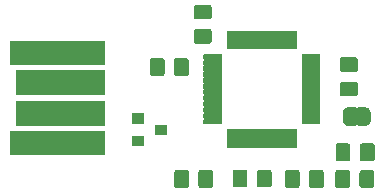
<source format=gbr>
G04 #@! TF.GenerationSoftware,KiCad,Pcbnew,5.1.3-ffb9f22~84~ubuntu18.04.1*
G04 #@! TF.CreationDate,2019-07-28T18:08:26+02:00*
G04 #@! TF.ProjectId,board,626f6172-642e-46b6-9963-61645f706362,rev?*
G04 #@! TF.SameCoordinates,Original*
G04 #@! TF.FileFunction,Soldermask,Top*
G04 #@! TF.FilePolarity,Negative*
%FSLAX46Y46*%
G04 Gerber Fmt 4.6, Leading zero omitted, Abs format (unit mm)*
G04 Created by KiCad (PCBNEW 5.1.3-ffb9f22~84~ubuntu18.04.1) date 2019-07-28 18:08:26*
%MOMM*%
%LPD*%
G04 APERTURE LIST*
%ADD10C,0.100000*%
G04 APERTURE END LIST*
D10*
G36*
X81946874Y-116301745D02*
G01*
X81984567Y-116313179D01*
X82019303Y-116331746D01*
X82049748Y-116356732D01*
X82074734Y-116387177D01*
X82093301Y-116421913D01*
X82104735Y-116459606D01*
X82109200Y-116504941D01*
X82109200Y-117591619D01*
X82104735Y-117636954D01*
X82093301Y-117674647D01*
X82074734Y-117709383D01*
X82049748Y-117739828D01*
X82019303Y-117764814D01*
X81984567Y-117783381D01*
X81946874Y-117794815D01*
X81901539Y-117799280D01*
X81064861Y-117799280D01*
X81019526Y-117794815D01*
X80981833Y-117783381D01*
X80947097Y-117764814D01*
X80916652Y-117739828D01*
X80891666Y-117709383D01*
X80873099Y-117674647D01*
X80861665Y-117636954D01*
X80857200Y-117591619D01*
X80857200Y-116504941D01*
X80861665Y-116459606D01*
X80873099Y-116421913D01*
X80891666Y-116387177D01*
X80916652Y-116356732D01*
X80947097Y-116331746D01*
X80981833Y-116313179D01*
X81019526Y-116301745D01*
X81064861Y-116297280D01*
X81901539Y-116297280D01*
X81946874Y-116301745D01*
X81946874Y-116301745D01*
G37*
G36*
X93536674Y-116301745D02*
G01*
X93574367Y-116313179D01*
X93609103Y-116331746D01*
X93639548Y-116356732D01*
X93664534Y-116387177D01*
X93683101Y-116421913D01*
X93694535Y-116459606D01*
X93699000Y-116504941D01*
X93699000Y-117591619D01*
X93694535Y-117636954D01*
X93683101Y-117674647D01*
X93664534Y-117709383D01*
X93639548Y-117739828D01*
X93609103Y-117764814D01*
X93574367Y-117783381D01*
X93536674Y-117794815D01*
X93491339Y-117799280D01*
X92654661Y-117799280D01*
X92609326Y-117794815D01*
X92571633Y-117783381D01*
X92536897Y-117764814D01*
X92506452Y-117739828D01*
X92481466Y-117709383D01*
X92462899Y-117674647D01*
X92451465Y-117636954D01*
X92447000Y-117591619D01*
X92447000Y-116504941D01*
X92451465Y-116459606D01*
X92462899Y-116421913D01*
X92481466Y-116387177D01*
X92506452Y-116356732D01*
X92536897Y-116331746D01*
X92571633Y-116313179D01*
X92609326Y-116301745D01*
X92654661Y-116297280D01*
X93491339Y-116297280D01*
X93536674Y-116301745D01*
X93536674Y-116301745D01*
G37*
G36*
X89262074Y-116301745D02*
G01*
X89299767Y-116313179D01*
X89334503Y-116331746D01*
X89364948Y-116356732D01*
X89389934Y-116387177D01*
X89408501Y-116421913D01*
X89419935Y-116459606D01*
X89424400Y-116504941D01*
X89424400Y-117591619D01*
X89419935Y-117636954D01*
X89408501Y-117674647D01*
X89389934Y-117709383D01*
X89364948Y-117739828D01*
X89334503Y-117764814D01*
X89299767Y-117783381D01*
X89262074Y-117794815D01*
X89216739Y-117799280D01*
X88380061Y-117799280D01*
X88334726Y-117794815D01*
X88297033Y-117783381D01*
X88262297Y-117764814D01*
X88231852Y-117739828D01*
X88206866Y-117709383D01*
X88188299Y-117674647D01*
X88176865Y-117636954D01*
X88172400Y-117591619D01*
X88172400Y-116504941D01*
X88176865Y-116459606D01*
X88188299Y-116421913D01*
X88206866Y-116387177D01*
X88231852Y-116356732D01*
X88262297Y-116331746D01*
X88297033Y-116313179D01*
X88334726Y-116301745D01*
X88380061Y-116297280D01*
X89216739Y-116297280D01*
X89262074Y-116301745D01*
X89262074Y-116301745D01*
G37*
G36*
X91312074Y-116301745D02*
G01*
X91349767Y-116313179D01*
X91384503Y-116331746D01*
X91414948Y-116356732D01*
X91439934Y-116387177D01*
X91458501Y-116421913D01*
X91469935Y-116459606D01*
X91474400Y-116504941D01*
X91474400Y-117591619D01*
X91469935Y-117636954D01*
X91458501Y-117674647D01*
X91439934Y-117709383D01*
X91414948Y-117739828D01*
X91384503Y-117764814D01*
X91349767Y-117783381D01*
X91312074Y-117794815D01*
X91266739Y-117799280D01*
X90430061Y-117799280D01*
X90384726Y-117794815D01*
X90347033Y-117783381D01*
X90312297Y-117764814D01*
X90281852Y-117739828D01*
X90256866Y-117709383D01*
X90238299Y-117674647D01*
X90226865Y-117636954D01*
X90222400Y-117591619D01*
X90222400Y-116504941D01*
X90226865Y-116459606D01*
X90238299Y-116421913D01*
X90256866Y-116387177D01*
X90281852Y-116356732D01*
X90312297Y-116331746D01*
X90347033Y-116313179D01*
X90384726Y-116301745D01*
X90430061Y-116297280D01*
X91266739Y-116297280D01*
X91312074Y-116301745D01*
X91312074Y-116301745D01*
G37*
G36*
X79896874Y-116301745D02*
G01*
X79934567Y-116313179D01*
X79969303Y-116331746D01*
X79999748Y-116356732D01*
X80024734Y-116387177D01*
X80043301Y-116421913D01*
X80054735Y-116459606D01*
X80059200Y-116504941D01*
X80059200Y-117591619D01*
X80054735Y-117636954D01*
X80043301Y-117674647D01*
X80024734Y-117709383D01*
X79999748Y-117739828D01*
X79969303Y-117764814D01*
X79934567Y-117783381D01*
X79896874Y-117794815D01*
X79851539Y-117799280D01*
X79014861Y-117799280D01*
X78969526Y-117794815D01*
X78931833Y-117783381D01*
X78897097Y-117764814D01*
X78866652Y-117739828D01*
X78841666Y-117709383D01*
X78823099Y-117674647D01*
X78811665Y-117636954D01*
X78807200Y-117591619D01*
X78807200Y-116504941D01*
X78811665Y-116459606D01*
X78823099Y-116421913D01*
X78841666Y-116387177D01*
X78866652Y-116356732D01*
X78897097Y-116331746D01*
X78931833Y-116313179D01*
X78969526Y-116301745D01*
X79014861Y-116297280D01*
X79851539Y-116297280D01*
X79896874Y-116301745D01*
X79896874Y-116301745D01*
G37*
G36*
X95586674Y-116301745D02*
G01*
X95624367Y-116313179D01*
X95659103Y-116331746D01*
X95689548Y-116356732D01*
X95714534Y-116387177D01*
X95733101Y-116421913D01*
X95744535Y-116459606D01*
X95749000Y-116504941D01*
X95749000Y-117591619D01*
X95744535Y-117636954D01*
X95733101Y-117674647D01*
X95714534Y-117709383D01*
X95689548Y-117739828D01*
X95659103Y-117764814D01*
X95624367Y-117783381D01*
X95586674Y-117794815D01*
X95541339Y-117799280D01*
X94704661Y-117799280D01*
X94659326Y-117794815D01*
X94621633Y-117783381D01*
X94586897Y-117764814D01*
X94556452Y-117739828D01*
X94531466Y-117709383D01*
X94512899Y-117674647D01*
X94501465Y-117636954D01*
X94497000Y-117591619D01*
X94497000Y-116504941D01*
X94501465Y-116459606D01*
X94512899Y-116421913D01*
X94531466Y-116387177D01*
X94556452Y-116356732D01*
X94586897Y-116331746D01*
X94621633Y-116313179D01*
X94659326Y-116301745D01*
X94704661Y-116297280D01*
X95541339Y-116297280D01*
X95586674Y-116301745D01*
X95586674Y-116301745D01*
G37*
G36*
X86899874Y-116276345D02*
G01*
X86937567Y-116287779D01*
X86972303Y-116306346D01*
X87002748Y-116331332D01*
X87027734Y-116361777D01*
X87046301Y-116396513D01*
X87057735Y-116434206D01*
X87062200Y-116479541D01*
X87062200Y-117566219D01*
X87057735Y-117611554D01*
X87046301Y-117649247D01*
X87027734Y-117683983D01*
X87002748Y-117714428D01*
X86972303Y-117739414D01*
X86937567Y-117757981D01*
X86899874Y-117769415D01*
X86854539Y-117773880D01*
X86017861Y-117773880D01*
X85972526Y-117769415D01*
X85934833Y-117757981D01*
X85900097Y-117739414D01*
X85869652Y-117714428D01*
X85844666Y-117683983D01*
X85826099Y-117649247D01*
X85814665Y-117611554D01*
X85810200Y-117566219D01*
X85810200Y-116479541D01*
X85814665Y-116434206D01*
X85826099Y-116396513D01*
X85844666Y-116361777D01*
X85869652Y-116331332D01*
X85900097Y-116306346D01*
X85934833Y-116287779D01*
X85972526Y-116276345D01*
X86017861Y-116271880D01*
X86854539Y-116271880D01*
X86899874Y-116276345D01*
X86899874Y-116276345D01*
G37*
G36*
X84849874Y-116276345D02*
G01*
X84887567Y-116287779D01*
X84922303Y-116306346D01*
X84952748Y-116331332D01*
X84977734Y-116361777D01*
X84996301Y-116396513D01*
X85007735Y-116434206D01*
X85012200Y-116479541D01*
X85012200Y-117566219D01*
X85007735Y-117611554D01*
X84996301Y-117649247D01*
X84977734Y-117683983D01*
X84952748Y-117714428D01*
X84922303Y-117739414D01*
X84887567Y-117757981D01*
X84849874Y-117769415D01*
X84804539Y-117773880D01*
X83967861Y-117773880D01*
X83922526Y-117769415D01*
X83884833Y-117757981D01*
X83850097Y-117739414D01*
X83819652Y-117714428D01*
X83794666Y-117683983D01*
X83776099Y-117649247D01*
X83764665Y-117611554D01*
X83760200Y-117566219D01*
X83760200Y-116479541D01*
X83764665Y-116434206D01*
X83776099Y-116396513D01*
X83794666Y-116361777D01*
X83819652Y-116331332D01*
X83850097Y-116306346D01*
X83884833Y-116287779D01*
X83922526Y-116276345D01*
X83967861Y-116271880D01*
X84804539Y-116271880D01*
X84849874Y-116276345D01*
X84849874Y-116276345D01*
G37*
G36*
X93562074Y-114038605D02*
G01*
X93599767Y-114050039D01*
X93634503Y-114068606D01*
X93664948Y-114093592D01*
X93689934Y-114124037D01*
X93708501Y-114158773D01*
X93719935Y-114196466D01*
X93724400Y-114241801D01*
X93724400Y-115328479D01*
X93719935Y-115373814D01*
X93708501Y-115411507D01*
X93689934Y-115446243D01*
X93664948Y-115476688D01*
X93634503Y-115501674D01*
X93599767Y-115520241D01*
X93562074Y-115531675D01*
X93516739Y-115536140D01*
X92680061Y-115536140D01*
X92634726Y-115531675D01*
X92597033Y-115520241D01*
X92562297Y-115501674D01*
X92531852Y-115476688D01*
X92506866Y-115446243D01*
X92488299Y-115411507D01*
X92476865Y-115373814D01*
X92472400Y-115328479D01*
X92472400Y-114241801D01*
X92476865Y-114196466D01*
X92488299Y-114158773D01*
X92506866Y-114124037D01*
X92531852Y-114093592D01*
X92562297Y-114068606D01*
X92597033Y-114050039D01*
X92634726Y-114038605D01*
X92680061Y-114034140D01*
X93516739Y-114034140D01*
X93562074Y-114038605D01*
X93562074Y-114038605D01*
G37*
G36*
X95612074Y-114038605D02*
G01*
X95649767Y-114050039D01*
X95684503Y-114068606D01*
X95714948Y-114093592D01*
X95739934Y-114124037D01*
X95758501Y-114158773D01*
X95769935Y-114196466D01*
X95774400Y-114241801D01*
X95774400Y-115328479D01*
X95769935Y-115373814D01*
X95758501Y-115411507D01*
X95739934Y-115446243D01*
X95714948Y-115476688D01*
X95684503Y-115501674D01*
X95649767Y-115520241D01*
X95612074Y-115531675D01*
X95566739Y-115536140D01*
X94730061Y-115536140D01*
X94684726Y-115531675D01*
X94647033Y-115520241D01*
X94612297Y-115501674D01*
X94581852Y-115476688D01*
X94556866Y-115446243D01*
X94538299Y-115411507D01*
X94526865Y-115373814D01*
X94522400Y-115328479D01*
X94522400Y-114241801D01*
X94526865Y-114196466D01*
X94538299Y-114158773D01*
X94556866Y-114124037D01*
X94581852Y-114093592D01*
X94612297Y-114068606D01*
X94647033Y-114050039D01*
X94684726Y-114038605D01*
X94730061Y-114034140D01*
X95566739Y-114034140D01*
X95612074Y-114038605D01*
X95612074Y-114038605D01*
G37*
G36*
X72988060Y-114993180D02*
G01*
X64886060Y-114993180D01*
X64886060Y-112991180D01*
X72988060Y-112991180D01*
X72988060Y-114993180D01*
X72988060Y-114993180D01*
G37*
G36*
X83655835Y-112829003D02*
G01*
X83662849Y-112831131D01*
X83676617Y-112838490D01*
X83699256Y-112847867D01*
X83723289Y-112852647D01*
X83747793Y-112852647D01*
X83771826Y-112847866D01*
X83794463Y-112838490D01*
X83808231Y-112831131D01*
X83815245Y-112829003D01*
X83828680Y-112827680D01*
X84142400Y-112827680D01*
X84155835Y-112829003D01*
X84162849Y-112831131D01*
X84176617Y-112838490D01*
X84199256Y-112847867D01*
X84223289Y-112852647D01*
X84247793Y-112852647D01*
X84271826Y-112847866D01*
X84294463Y-112838490D01*
X84308231Y-112831131D01*
X84315245Y-112829003D01*
X84328680Y-112827680D01*
X84642400Y-112827680D01*
X84655835Y-112829003D01*
X84662849Y-112831131D01*
X84676617Y-112838490D01*
X84699256Y-112847867D01*
X84723289Y-112852647D01*
X84747793Y-112852647D01*
X84771826Y-112847866D01*
X84794463Y-112838490D01*
X84808231Y-112831131D01*
X84815245Y-112829003D01*
X84828680Y-112827680D01*
X85142400Y-112827680D01*
X85155835Y-112829003D01*
X85162849Y-112831131D01*
X85176617Y-112838490D01*
X85199256Y-112847867D01*
X85223289Y-112852647D01*
X85247793Y-112852647D01*
X85271826Y-112847866D01*
X85294463Y-112838490D01*
X85308231Y-112831131D01*
X85315245Y-112829003D01*
X85328680Y-112827680D01*
X85642400Y-112827680D01*
X85655835Y-112829003D01*
X85662849Y-112831131D01*
X85676617Y-112838490D01*
X85699256Y-112847867D01*
X85723289Y-112852647D01*
X85747793Y-112852647D01*
X85771826Y-112847866D01*
X85794463Y-112838490D01*
X85808231Y-112831131D01*
X85815245Y-112829003D01*
X85828680Y-112827680D01*
X86142400Y-112827680D01*
X86155835Y-112829003D01*
X86162849Y-112831131D01*
X86176617Y-112838490D01*
X86199256Y-112847867D01*
X86223289Y-112852647D01*
X86247793Y-112852647D01*
X86271826Y-112847866D01*
X86294463Y-112838490D01*
X86308231Y-112831131D01*
X86315245Y-112829003D01*
X86328680Y-112827680D01*
X86642400Y-112827680D01*
X86655835Y-112829003D01*
X86662849Y-112831131D01*
X86676617Y-112838490D01*
X86699256Y-112847867D01*
X86723289Y-112852647D01*
X86747793Y-112852647D01*
X86771826Y-112847866D01*
X86794463Y-112838490D01*
X86808231Y-112831131D01*
X86815245Y-112829003D01*
X86828680Y-112827680D01*
X87142400Y-112827680D01*
X87155835Y-112829003D01*
X87162849Y-112831131D01*
X87176617Y-112838490D01*
X87199256Y-112847867D01*
X87223289Y-112852647D01*
X87247793Y-112852647D01*
X87271826Y-112847866D01*
X87294463Y-112838490D01*
X87308231Y-112831131D01*
X87315245Y-112829003D01*
X87328680Y-112827680D01*
X87642400Y-112827680D01*
X87655835Y-112829003D01*
X87662849Y-112831131D01*
X87676617Y-112838490D01*
X87699256Y-112847867D01*
X87723289Y-112852647D01*
X87747793Y-112852647D01*
X87771826Y-112847866D01*
X87794463Y-112838490D01*
X87808231Y-112831131D01*
X87815245Y-112829003D01*
X87828680Y-112827680D01*
X88142400Y-112827680D01*
X88155835Y-112829003D01*
X88162849Y-112831131D01*
X88176617Y-112838490D01*
X88199256Y-112847867D01*
X88223289Y-112852647D01*
X88247793Y-112852647D01*
X88271826Y-112847866D01*
X88294463Y-112838490D01*
X88308231Y-112831131D01*
X88315245Y-112829003D01*
X88328680Y-112827680D01*
X88642400Y-112827680D01*
X88655835Y-112829003D01*
X88662849Y-112831131D01*
X88676617Y-112838490D01*
X88699256Y-112847867D01*
X88723289Y-112852647D01*
X88747793Y-112852647D01*
X88771826Y-112847866D01*
X88794463Y-112838490D01*
X88808231Y-112831131D01*
X88815245Y-112829003D01*
X88828680Y-112827680D01*
X89142400Y-112827680D01*
X89155835Y-112829003D01*
X89162850Y-112831131D01*
X89169316Y-112834588D01*
X89174982Y-112839238D01*
X89179632Y-112844904D01*
X89183089Y-112851370D01*
X89185217Y-112858385D01*
X89186540Y-112871820D01*
X89186540Y-114360540D01*
X89185217Y-114373975D01*
X89183089Y-114380990D01*
X89179632Y-114387456D01*
X89174982Y-114393122D01*
X89169316Y-114397772D01*
X89162850Y-114401229D01*
X89155835Y-114403357D01*
X89142400Y-114404680D01*
X88828680Y-114404680D01*
X88815245Y-114403357D01*
X88808231Y-114401229D01*
X88794463Y-114393870D01*
X88771824Y-114384493D01*
X88747791Y-114379713D01*
X88723287Y-114379713D01*
X88699254Y-114384494D01*
X88676617Y-114393870D01*
X88662849Y-114401229D01*
X88655835Y-114403357D01*
X88642400Y-114404680D01*
X88328680Y-114404680D01*
X88315245Y-114403357D01*
X88308231Y-114401229D01*
X88294463Y-114393870D01*
X88271824Y-114384493D01*
X88247791Y-114379713D01*
X88223287Y-114379713D01*
X88199254Y-114384494D01*
X88176617Y-114393870D01*
X88162849Y-114401229D01*
X88155835Y-114403357D01*
X88142400Y-114404680D01*
X87828680Y-114404680D01*
X87815245Y-114403357D01*
X87808231Y-114401229D01*
X87794463Y-114393870D01*
X87771824Y-114384493D01*
X87747791Y-114379713D01*
X87723287Y-114379713D01*
X87699254Y-114384494D01*
X87676617Y-114393870D01*
X87662849Y-114401229D01*
X87655835Y-114403357D01*
X87642400Y-114404680D01*
X87328680Y-114404680D01*
X87315245Y-114403357D01*
X87308231Y-114401229D01*
X87294463Y-114393870D01*
X87271824Y-114384493D01*
X87247791Y-114379713D01*
X87223287Y-114379713D01*
X87199254Y-114384494D01*
X87176617Y-114393870D01*
X87162849Y-114401229D01*
X87155835Y-114403357D01*
X87142400Y-114404680D01*
X86828680Y-114404680D01*
X86815245Y-114403357D01*
X86808231Y-114401229D01*
X86794463Y-114393870D01*
X86771824Y-114384493D01*
X86747791Y-114379713D01*
X86723287Y-114379713D01*
X86699254Y-114384494D01*
X86676617Y-114393870D01*
X86662849Y-114401229D01*
X86655835Y-114403357D01*
X86642400Y-114404680D01*
X86328680Y-114404680D01*
X86315245Y-114403357D01*
X86308231Y-114401229D01*
X86294463Y-114393870D01*
X86271824Y-114384493D01*
X86247791Y-114379713D01*
X86223287Y-114379713D01*
X86199254Y-114384494D01*
X86176617Y-114393870D01*
X86162849Y-114401229D01*
X86155835Y-114403357D01*
X86142400Y-114404680D01*
X85828680Y-114404680D01*
X85815245Y-114403357D01*
X85808231Y-114401229D01*
X85794463Y-114393870D01*
X85771824Y-114384493D01*
X85747791Y-114379713D01*
X85723287Y-114379713D01*
X85699254Y-114384494D01*
X85676617Y-114393870D01*
X85662849Y-114401229D01*
X85655835Y-114403357D01*
X85642400Y-114404680D01*
X85328680Y-114404680D01*
X85315245Y-114403357D01*
X85308231Y-114401229D01*
X85294463Y-114393870D01*
X85271824Y-114384493D01*
X85247791Y-114379713D01*
X85223287Y-114379713D01*
X85199254Y-114384494D01*
X85176617Y-114393870D01*
X85162849Y-114401229D01*
X85155835Y-114403357D01*
X85142400Y-114404680D01*
X84828680Y-114404680D01*
X84815245Y-114403357D01*
X84808231Y-114401229D01*
X84794463Y-114393870D01*
X84771824Y-114384493D01*
X84747791Y-114379713D01*
X84723287Y-114379713D01*
X84699254Y-114384494D01*
X84676617Y-114393870D01*
X84662849Y-114401229D01*
X84655835Y-114403357D01*
X84642400Y-114404680D01*
X84328680Y-114404680D01*
X84315245Y-114403357D01*
X84308231Y-114401229D01*
X84294463Y-114393870D01*
X84271824Y-114384493D01*
X84247791Y-114379713D01*
X84223287Y-114379713D01*
X84199254Y-114384494D01*
X84176617Y-114393870D01*
X84162849Y-114401229D01*
X84155835Y-114403357D01*
X84142400Y-114404680D01*
X83828680Y-114404680D01*
X83815245Y-114403357D01*
X83808231Y-114401229D01*
X83794463Y-114393870D01*
X83771824Y-114384493D01*
X83747791Y-114379713D01*
X83723287Y-114379713D01*
X83699254Y-114384494D01*
X83676617Y-114393870D01*
X83662849Y-114401229D01*
X83655835Y-114403357D01*
X83642400Y-114404680D01*
X83328680Y-114404680D01*
X83315245Y-114403357D01*
X83308230Y-114401229D01*
X83301764Y-114397772D01*
X83296098Y-114393122D01*
X83291448Y-114387456D01*
X83287991Y-114380990D01*
X83285863Y-114373975D01*
X83284540Y-114360540D01*
X83284540Y-112871820D01*
X83285863Y-112858385D01*
X83287991Y-112851370D01*
X83291448Y-112844904D01*
X83296098Y-112839238D01*
X83301764Y-112834588D01*
X83308230Y-112831131D01*
X83315245Y-112829003D01*
X83328680Y-112827680D01*
X83642400Y-112827680D01*
X83655835Y-112829003D01*
X83655835Y-112829003D01*
G37*
G36*
X76219160Y-114293840D02*
G01*
X75217160Y-114293840D01*
X75217160Y-113391840D01*
X76219160Y-113391840D01*
X76219160Y-114293840D01*
X76219160Y-114293840D01*
G37*
G36*
X78219160Y-113343840D02*
G01*
X77217160Y-113343840D01*
X77217160Y-112441840D01*
X78219160Y-112441840D01*
X78219160Y-113343840D01*
X78219160Y-113343840D01*
G37*
G36*
X94129799Y-110962277D02*
G01*
X94139408Y-110965192D01*
X94148272Y-110969930D01*
X94156037Y-110976303D01*
X94166248Y-110988746D01*
X94173178Y-110999115D01*
X94190505Y-111016442D01*
X94210880Y-111030055D01*
X94233520Y-111039431D01*
X94257553Y-111044211D01*
X94282057Y-111044210D01*
X94306090Y-111039428D01*
X94328729Y-111030050D01*
X94349102Y-111016435D01*
X94366429Y-110999108D01*
X94373358Y-110988738D01*
X94383563Y-110976303D01*
X94391328Y-110969930D01*
X94400192Y-110965192D01*
X94409801Y-110962277D01*
X94425940Y-110960688D01*
X94913661Y-110960688D01*
X94931999Y-110962494D01*
X94944250Y-110963096D01*
X94962669Y-110963096D01*
X94984949Y-110965290D01*
X95069033Y-110982016D01*
X95090460Y-110988516D01*
X95169658Y-111021320D01*
X95175103Y-111024231D01*
X95175109Y-111024233D01*
X95183969Y-111028969D01*
X95183973Y-111028972D01*
X95189414Y-111031880D01*
X95260699Y-111079511D01*
X95278004Y-111093712D01*
X95338628Y-111154336D01*
X95352829Y-111171641D01*
X95400460Y-111242926D01*
X95403368Y-111248367D01*
X95403371Y-111248371D01*
X95408107Y-111257231D01*
X95408109Y-111257237D01*
X95411020Y-111262682D01*
X95443824Y-111341880D01*
X95450324Y-111363307D01*
X95467050Y-111447391D01*
X95469244Y-111469671D01*
X95469244Y-111488090D01*
X95469846Y-111500341D01*
X95471652Y-111518679D01*
X95471652Y-112006402D01*
X95469846Y-112024739D01*
X95469244Y-112036990D01*
X95469244Y-112055409D01*
X95467050Y-112077689D01*
X95450324Y-112161773D01*
X95443824Y-112183200D01*
X95411020Y-112262398D01*
X95408109Y-112267843D01*
X95408107Y-112267849D01*
X95403371Y-112276709D01*
X95403368Y-112276713D01*
X95400460Y-112282154D01*
X95352829Y-112353439D01*
X95338628Y-112370744D01*
X95278004Y-112431368D01*
X95260699Y-112445569D01*
X95189414Y-112493200D01*
X95183973Y-112496108D01*
X95183969Y-112496111D01*
X95175109Y-112500847D01*
X95175103Y-112500849D01*
X95169658Y-112503760D01*
X95090460Y-112536564D01*
X95069033Y-112543064D01*
X94984949Y-112559790D01*
X94962669Y-112561984D01*
X94944250Y-112561984D01*
X94931999Y-112562586D01*
X94913662Y-112564392D01*
X94425940Y-112564392D01*
X94409801Y-112562803D01*
X94400192Y-112559888D01*
X94391328Y-112555150D01*
X94383563Y-112548777D01*
X94373352Y-112536334D01*
X94366422Y-112525965D01*
X94349095Y-112508638D01*
X94328720Y-112495025D01*
X94306080Y-112485649D01*
X94282047Y-112480869D01*
X94257543Y-112480870D01*
X94233510Y-112485652D01*
X94210871Y-112495030D01*
X94190498Y-112508645D01*
X94173171Y-112525972D01*
X94166242Y-112536342D01*
X94156037Y-112548777D01*
X94148272Y-112555150D01*
X94139408Y-112559888D01*
X94129799Y-112562803D01*
X94113660Y-112564392D01*
X93625938Y-112564392D01*
X93607601Y-112562586D01*
X93595350Y-112561984D01*
X93576931Y-112561984D01*
X93554651Y-112559790D01*
X93470567Y-112543064D01*
X93449140Y-112536564D01*
X93369942Y-112503760D01*
X93364497Y-112500849D01*
X93364491Y-112500847D01*
X93355631Y-112496111D01*
X93355627Y-112496108D01*
X93350186Y-112493200D01*
X93278901Y-112445569D01*
X93261596Y-112431368D01*
X93200972Y-112370744D01*
X93186771Y-112353439D01*
X93139140Y-112282154D01*
X93136232Y-112276713D01*
X93136229Y-112276709D01*
X93131493Y-112267849D01*
X93131491Y-112267843D01*
X93128580Y-112262398D01*
X93095776Y-112183200D01*
X93089276Y-112161773D01*
X93072550Y-112077689D01*
X93070356Y-112055409D01*
X93070356Y-112036990D01*
X93069754Y-112024739D01*
X93067948Y-112006402D01*
X93067948Y-111518679D01*
X93069754Y-111500341D01*
X93070356Y-111488090D01*
X93070356Y-111469671D01*
X93072550Y-111447391D01*
X93089276Y-111363307D01*
X93095776Y-111341880D01*
X93128580Y-111262682D01*
X93131491Y-111257237D01*
X93131493Y-111257231D01*
X93136229Y-111248371D01*
X93136232Y-111248367D01*
X93139140Y-111242926D01*
X93186771Y-111171641D01*
X93200972Y-111154336D01*
X93261596Y-111093712D01*
X93278901Y-111079511D01*
X93350186Y-111031880D01*
X93355627Y-111028972D01*
X93355631Y-111028969D01*
X93364491Y-111024233D01*
X93364497Y-111024231D01*
X93369942Y-111021320D01*
X93449140Y-110988516D01*
X93470567Y-110982016D01*
X93554651Y-110965290D01*
X93576931Y-110963096D01*
X93595350Y-110963096D01*
X93607601Y-110962494D01*
X93625939Y-110960688D01*
X94113660Y-110960688D01*
X94129799Y-110962277D01*
X94129799Y-110962277D01*
G37*
G36*
X72988060Y-112533180D02*
G01*
X65386060Y-112533180D01*
X65386060Y-110431180D01*
X72988060Y-110431180D01*
X72988060Y-112533180D01*
X72988060Y-112533180D01*
G37*
G36*
X91155835Y-106504003D02*
G01*
X91162850Y-106506131D01*
X91169316Y-106509588D01*
X91174982Y-106514238D01*
X91179632Y-106519904D01*
X91183089Y-106526370D01*
X91185217Y-106533385D01*
X91186540Y-106546820D01*
X91186540Y-106860540D01*
X91185217Y-106873975D01*
X91183089Y-106880989D01*
X91175730Y-106894757D01*
X91166353Y-106917396D01*
X91161573Y-106941429D01*
X91161573Y-106965933D01*
X91166354Y-106989966D01*
X91175730Y-107012603D01*
X91183089Y-107026371D01*
X91185217Y-107033385D01*
X91186540Y-107046820D01*
X91186540Y-107360540D01*
X91185217Y-107373975D01*
X91183089Y-107380989D01*
X91175730Y-107394757D01*
X91166353Y-107417396D01*
X91161573Y-107441429D01*
X91161573Y-107465933D01*
X91166354Y-107489966D01*
X91175730Y-107512603D01*
X91183089Y-107526371D01*
X91185217Y-107533385D01*
X91186540Y-107546820D01*
X91186540Y-107860540D01*
X91185217Y-107873975D01*
X91183089Y-107880989D01*
X91175730Y-107894757D01*
X91166353Y-107917396D01*
X91161573Y-107941429D01*
X91161573Y-107965933D01*
X91166354Y-107989966D01*
X91175730Y-108012603D01*
X91183089Y-108026371D01*
X91185217Y-108033385D01*
X91186540Y-108046820D01*
X91186540Y-108360540D01*
X91185217Y-108373975D01*
X91183089Y-108380989D01*
X91175730Y-108394757D01*
X91166353Y-108417396D01*
X91161573Y-108441429D01*
X91161573Y-108465933D01*
X91166354Y-108489966D01*
X91175730Y-108512603D01*
X91183089Y-108526371D01*
X91185217Y-108533385D01*
X91186540Y-108546820D01*
X91186540Y-108860540D01*
X91185217Y-108873975D01*
X91183089Y-108880989D01*
X91175730Y-108894757D01*
X91166353Y-108917396D01*
X91161573Y-108941429D01*
X91161573Y-108965933D01*
X91166354Y-108989966D01*
X91175730Y-109012603D01*
X91183089Y-109026371D01*
X91185217Y-109033385D01*
X91186540Y-109046820D01*
X91186540Y-109360540D01*
X91185217Y-109373975D01*
X91183089Y-109380989D01*
X91175730Y-109394757D01*
X91166353Y-109417396D01*
X91161573Y-109441429D01*
X91161573Y-109465933D01*
X91166354Y-109489966D01*
X91175730Y-109512603D01*
X91183089Y-109526371D01*
X91185217Y-109533385D01*
X91186540Y-109546820D01*
X91186540Y-109860540D01*
X91185217Y-109873975D01*
X91183089Y-109880989D01*
X91175730Y-109894757D01*
X91166353Y-109917396D01*
X91161573Y-109941429D01*
X91161573Y-109965933D01*
X91166354Y-109989966D01*
X91175730Y-110012603D01*
X91183089Y-110026371D01*
X91185217Y-110033385D01*
X91186540Y-110046820D01*
X91186540Y-110360540D01*
X91185217Y-110373975D01*
X91183089Y-110380989D01*
X91175730Y-110394757D01*
X91166353Y-110417396D01*
X91161573Y-110441429D01*
X91161573Y-110465933D01*
X91166354Y-110489966D01*
X91175730Y-110512603D01*
X91183089Y-110526371D01*
X91185217Y-110533385D01*
X91186540Y-110546820D01*
X91186540Y-110860540D01*
X91185217Y-110873975D01*
X91183089Y-110880989D01*
X91175730Y-110894757D01*
X91166353Y-110917396D01*
X91161573Y-110941429D01*
X91161573Y-110965933D01*
X91166354Y-110989966D01*
X91175730Y-111012603D01*
X91183089Y-111026371D01*
X91185217Y-111033385D01*
X91186540Y-111046820D01*
X91186540Y-111360540D01*
X91185217Y-111373975D01*
X91183089Y-111380989D01*
X91175730Y-111394757D01*
X91166353Y-111417396D01*
X91161573Y-111441429D01*
X91161573Y-111465933D01*
X91166354Y-111489966D01*
X91175730Y-111512603D01*
X91183089Y-111526371D01*
X91185217Y-111533385D01*
X91186540Y-111546820D01*
X91186540Y-111860540D01*
X91185217Y-111873975D01*
X91183089Y-111880989D01*
X91175730Y-111894757D01*
X91166353Y-111917396D01*
X91161573Y-111941429D01*
X91161573Y-111965933D01*
X91166354Y-111989966D01*
X91175730Y-112012603D01*
X91183089Y-112026371D01*
X91185217Y-112033385D01*
X91186540Y-112046820D01*
X91186540Y-112360540D01*
X91185217Y-112373975D01*
X91183089Y-112380990D01*
X91179632Y-112387456D01*
X91174982Y-112393122D01*
X91169316Y-112397772D01*
X91162850Y-112401229D01*
X91155835Y-112403357D01*
X91142400Y-112404680D01*
X89653680Y-112404680D01*
X89640245Y-112403357D01*
X89633230Y-112401229D01*
X89626764Y-112397772D01*
X89621098Y-112393122D01*
X89616448Y-112387456D01*
X89612991Y-112380990D01*
X89610863Y-112373975D01*
X89609540Y-112360540D01*
X89609540Y-112046820D01*
X89610863Y-112033385D01*
X89612991Y-112026371D01*
X89620350Y-112012603D01*
X89629727Y-111989964D01*
X89634507Y-111965931D01*
X89634507Y-111941427D01*
X89629726Y-111917394D01*
X89620350Y-111894757D01*
X89612991Y-111880989D01*
X89610863Y-111873975D01*
X89609540Y-111860540D01*
X89609540Y-111546820D01*
X89610863Y-111533385D01*
X89612991Y-111526371D01*
X89620350Y-111512603D01*
X89629727Y-111489964D01*
X89634507Y-111465931D01*
X89634507Y-111441427D01*
X89629726Y-111417394D01*
X89620350Y-111394757D01*
X89612991Y-111380989D01*
X89610863Y-111373975D01*
X89609540Y-111360540D01*
X89609540Y-111046820D01*
X89610863Y-111033385D01*
X89612991Y-111026371D01*
X89620350Y-111012603D01*
X89629727Y-110989964D01*
X89634507Y-110965931D01*
X89634507Y-110941427D01*
X89629726Y-110917394D01*
X89620350Y-110894757D01*
X89612991Y-110880989D01*
X89610863Y-110873975D01*
X89609540Y-110860540D01*
X89609540Y-110546820D01*
X89610863Y-110533385D01*
X89612991Y-110526371D01*
X89620350Y-110512603D01*
X89629727Y-110489964D01*
X89634507Y-110465931D01*
X89634507Y-110441427D01*
X89629726Y-110417394D01*
X89620350Y-110394757D01*
X89612991Y-110380989D01*
X89610863Y-110373975D01*
X89609540Y-110360540D01*
X89609540Y-110046820D01*
X89610863Y-110033385D01*
X89612991Y-110026371D01*
X89620350Y-110012603D01*
X89629727Y-109989964D01*
X89634507Y-109965931D01*
X89634507Y-109941427D01*
X89629726Y-109917394D01*
X89620350Y-109894757D01*
X89612991Y-109880989D01*
X89610863Y-109873975D01*
X89609540Y-109860540D01*
X89609540Y-109546820D01*
X89610863Y-109533385D01*
X89612991Y-109526371D01*
X89620350Y-109512603D01*
X89629727Y-109489964D01*
X89634507Y-109465931D01*
X89634507Y-109441427D01*
X89629726Y-109417394D01*
X89620350Y-109394757D01*
X89612991Y-109380989D01*
X89610863Y-109373975D01*
X89609540Y-109360540D01*
X89609540Y-109046820D01*
X89610863Y-109033385D01*
X89612991Y-109026371D01*
X89620350Y-109012603D01*
X89629727Y-108989964D01*
X89634507Y-108965931D01*
X89634507Y-108941427D01*
X89629726Y-108917394D01*
X89620350Y-108894757D01*
X89612991Y-108880989D01*
X89610863Y-108873975D01*
X89609540Y-108860540D01*
X89609540Y-108546820D01*
X89610863Y-108533385D01*
X89612991Y-108526371D01*
X89620350Y-108512603D01*
X89629727Y-108489964D01*
X89634507Y-108465931D01*
X89634507Y-108441427D01*
X89629726Y-108417394D01*
X89620350Y-108394757D01*
X89612991Y-108380989D01*
X89610863Y-108373975D01*
X89609540Y-108360540D01*
X89609540Y-108046820D01*
X89610863Y-108033385D01*
X89612991Y-108026371D01*
X89620350Y-108012603D01*
X89629727Y-107989964D01*
X89634507Y-107965931D01*
X89634507Y-107941427D01*
X89629726Y-107917394D01*
X89620350Y-107894757D01*
X89612991Y-107880989D01*
X89610863Y-107873975D01*
X89609540Y-107860540D01*
X89609540Y-107546820D01*
X89610863Y-107533385D01*
X89612991Y-107526371D01*
X89620350Y-107512603D01*
X89629727Y-107489964D01*
X89634507Y-107465931D01*
X89634507Y-107441427D01*
X89629726Y-107417394D01*
X89620350Y-107394757D01*
X89612991Y-107380989D01*
X89610863Y-107373975D01*
X89609540Y-107360540D01*
X89609540Y-107046820D01*
X89610863Y-107033385D01*
X89612991Y-107026371D01*
X89620350Y-107012603D01*
X89629727Y-106989964D01*
X89634507Y-106965931D01*
X89634507Y-106941427D01*
X89629726Y-106917394D01*
X89620350Y-106894757D01*
X89612991Y-106880989D01*
X89610863Y-106873975D01*
X89609540Y-106860540D01*
X89609540Y-106546820D01*
X89610863Y-106533385D01*
X89612991Y-106526370D01*
X89616448Y-106519904D01*
X89621098Y-106514238D01*
X89626764Y-106509588D01*
X89633230Y-106506131D01*
X89640245Y-106504003D01*
X89653680Y-106502680D01*
X91142400Y-106502680D01*
X91155835Y-106504003D01*
X91155835Y-106504003D01*
G37*
G36*
X82830835Y-106504003D02*
G01*
X82837850Y-106506131D01*
X82844316Y-106509588D01*
X82849982Y-106514238D01*
X82854632Y-106519904D01*
X82858089Y-106526370D01*
X82860217Y-106533385D01*
X82861540Y-106546820D01*
X82861540Y-106860540D01*
X82860217Y-106873975D01*
X82858089Y-106880989D01*
X82850730Y-106894757D01*
X82841353Y-106917396D01*
X82836573Y-106941429D01*
X82836573Y-106965933D01*
X82841354Y-106989966D01*
X82850730Y-107012603D01*
X82858089Y-107026371D01*
X82860217Y-107033385D01*
X82861540Y-107046820D01*
X82861540Y-107360540D01*
X82860217Y-107373975D01*
X82858089Y-107380989D01*
X82850730Y-107394757D01*
X82841353Y-107417396D01*
X82836573Y-107441429D01*
X82836573Y-107465933D01*
X82841354Y-107489966D01*
X82850730Y-107512603D01*
X82858089Y-107526371D01*
X82860217Y-107533385D01*
X82861540Y-107546820D01*
X82861540Y-107860540D01*
X82860217Y-107873975D01*
X82858089Y-107880989D01*
X82850730Y-107894757D01*
X82841353Y-107917396D01*
X82836573Y-107941429D01*
X82836573Y-107965933D01*
X82841354Y-107989966D01*
X82850730Y-108012603D01*
X82858089Y-108026371D01*
X82860217Y-108033385D01*
X82861540Y-108046820D01*
X82861540Y-108360540D01*
X82860217Y-108373975D01*
X82858089Y-108380989D01*
X82850730Y-108394757D01*
X82841353Y-108417396D01*
X82836573Y-108441429D01*
X82836573Y-108465933D01*
X82841354Y-108489966D01*
X82850730Y-108512603D01*
X82858089Y-108526371D01*
X82860217Y-108533385D01*
X82861540Y-108546820D01*
X82861540Y-108860540D01*
X82860217Y-108873975D01*
X82858089Y-108880989D01*
X82850730Y-108894757D01*
X82841353Y-108917396D01*
X82836573Y-108941429D01*
X82836573Y-108965933D01*
X82841354Y-108989966D01*
X82850730Y-109012603D01*
X82858089Y-109026371D01*
X82860217Y-109033385D01*
X82861540Y-109046820D01*
X82861540Y-109360540D01*
X82860217Y-109373975D01*
X82858089Y-109380989D01*
X82850730Y-109394757D01*
X82841353Y-109417396D01*
X82836573Y-109441429D01*
X82836573Y-109465933D01*
X82841354Y-109489966D01*
X82850730Y-109512603D01*
X82858089Y-109526371D01*
X82860217Y-109533385D01*
X82861540Y-109546820D01*
X82861540Y-109860540D01*
X82860217Y-109873975D01*
X82858089Y-109880989D01*
X82850730Y-109894757D01*
X82841353Y-109917396D01*
X82836573Y-109941429D01*
X82836573Y-109965933D01*
X82841354Y-109989966D01*
X82850730Y-110012603D01*
X82858089Y-110026371D01*
X82860217Y-110033385D01*
X82861540Y-110046820D01*
X82861540Y-110360540D01*
X82860217Y-110373975D01*
X82858089Y-110380989D01*
X82850730Y-110394757D01*
X82841353Y-110417396D01*
X82836573Y-110441429D01*
X82836573Y-110465933D01*
X82841354Y-110489966D01*
X82850730Y-110512603D01*
X82858089Y-110526371D01*
X82860217Y-110533385D01*
X82861540Y-110546820D01*
X82861540Y-110860540D01*
X82860217Y-110873975D01*
X82858089Y-110880989D01*
X82850730Y-110894757D01*
X82841353Y-110917396D01*
X82836573Y-110941429D01*
X82836573Y-110965933D01*
X82841354Y-110989966D01*
X82850730Y-111012603D01*
X82858089Y-111026371D01*
X82860217Y-111033385D01*
X82861540Y-111046820D01*
X82861540Y-111360540D01*
X82860217Y-111373975D01*
X82858089Y-111380989D01*
X82850730Y-111394757D01*
X82841353Y-111417396D01*
X82836573Y-111441429D01*
X82836573Y-111465933D01*
X82841354Y-111489966D01*
X82850730Y-111512603D01*
X82858089Y-111526371D01*
X82860217Y-111533385D01*
X82861540Y-111546820D01*
X82861540Y-111860540D01*
X82860217Y-111873975D01*
X82858089Y-111880989D01*
X82850730Y-111894757D01*
X82841353Y-111917396D01*
X82836573Y-111941429D01*
X82836573Y-111965933D01*
X82841354Y-111989966D01*
X82850730Y-112012603D01*
X82858089Y-112026371D01*
X82860217Y-112033385D01*
X82861540Y-112046820D01*
X82861540Y-112360540D01*
X82860217Y-112373975D01*
X82858089Y-112380990D01*
X82854632Y-112387456D01*
X82849982Y-112393122D01*
X82844316Y-112397772D01*
X82837850Y-112401229D01*
X82830835Y-112403357D01*
X82817400Y-112404680D01*
X81328680Y-112404680D01*
X81315245Y-112403357D01*
X81308230Y-112401229D01*
X81301764Y-112397772D01*
X81296098Y-112393122D01*
X81291448Y-112387456D01*
X81287991Y-112380990D01*
X81285863Y-112373975D01*
X81284540Y-112360540D01*
X81284540Y-112046820D01*
X81285863Y-112033385D01*
X81287991Y-112026371D01*
X81295350Y-112012603D01*
X81304727Y-111989964D01*
X81309507Y-111965931D01*
X81309507Y-111941427D01*
X81304726Y-111917394D01*
X81295350Y-111894757D01*
X81287991Y-111880989D01*
X81285863Y-111873975D01*
X81284540Y-111860540D01*
X81284540Y-111546820D01*
X81285863Y-111533385D01*
X81287991Y-111526371D01*
X81295350Y-111512603D01*
X81304727Y-111489964D01*
X81309507Y-111465931D01*
X81309507Y-111441427D01*
X81304726Y-111417394D01*
X81295350Y-111394757D01*
X81287991Y-111380989D01*
X81285863Y-111373975D01*
X81284540Y-111360540D01*
X81284540Y-111046820D01*
X81285863Y-111033385D01*
X81287991Y-111026371D01*
X81295350Y-111012603D01*
X81304727Y-110989964D01*
X81309507Y-110965931D01*
X81309507Y-110941427D01*
X81304726Y-110917394D01*
X81295350Y-110894757D01*
X81287991Y-110880989D01*
X81285863Y-110873975D01*
X81284540Y-110860540D01*
X81284540Y-110546820D01*
X81285863Y-110533385D01*
X81287991Y-110526371D01*
X81295350Y-110512603D01*
X81304727Y-110489964D01*
X81309507Y-110465931D01*
X81309507Y-110441427D01*
X81304726Y-110417394D01*
X81295350Y-110394757D01*
X81287991Y-110380989D01*
X81285863Y-110373975D01*
X81284540Y-110360540D01*
X81284540Y-110046820D01*
X81285863Y-110033385D01*
X81287991Y-110026371D01*
X81295350Y-110012603D01*
X81304727Y-109989964D01*
X81309507Y-109965931D01*
X81309507Y-109941427D01*
X81304726Y-109917394D01*
X81295350Y-109894757D01*
X81287991Y-109880989D01*
X81285863Y-109873975D01*
X81284540Y-109860540D01*
X81284540Y-109546820D01*
X81285863Y-109533385D01*
X81287991Y-109526371D01*
X81295350Y-109512603D01*
X81304727Y-109489964D01*
X81309507Y-109465931D01*
X81309507Y-109441427D01*
X81304726Y-109417394D01*
X81295350Y-109394757D01*
X81287991Y-109380989D01*
X81285863Y-109373975D01*
X81284540Y-109360540D01*
X81284540Y-109046820D01*
X81285863Y-109033385D01*
X81287991Y-109026371D01*
X81295350Y-109012603D01*
X81304727Y-108989964D01*
X81309507Y-108965931D01*
X81309507Y-108941427D01*
X81304726Y-108917394D01*
X81295350Y-108894757D01*
X81287991Y-108880989D01*
X81285863Y-108873975D01*
X81284540Y-108860540D01*
X81284540Y-108546820D01*
X81285863Y-108533385D01*
X81287991Y-108526371D01*
X81295350Y-108512603D01*
X81304727Y-108489964D01*
X81309507Y-108465931D01*
X81309507Y-108441427D01*
X81304726Y-108417394D01*
X81295350Y-108394757D01*
X81287991Y-108380989D01*
X81285863Y-108373975D01*
X81284540Y-108360540D01*
X81284540Y-108046820D01*
X81285863Y-108033385D01*
X81287991Y-108026371D01*
X81295350Y-108012603D01*
X81304727Y-107989964D01*
X81309507Y-107965931D01*
X81309507Y-107941427D01*
X81304726Y-107917394D01*
X81295350Y-107894757D01*
X81287991Y-107880989D01*
X81285863Y-107873975D01*
X81284540Y-107860540D01*
X81284540Y-107546820D01*
X81285863Y-107533385D01*
X81287991Y-107526371D01*
X81295350Y-107512603D01*
X81304727Y-107489964D01*
X81309507Y-107465931D01*
X81309507Y-107441427D01*
X81304726Y-107417394D01*
X81295350Y-107394757D01*
X81287991Y-107380989D01*
X81285863Y-107373975D01*
X81284540Y-107360540D01*
X81284540Y-107046820D01*
X81285863Y-107033385D01*
X81287991Y-107026371D01*
X81295350Y-107012603D01*
X81304727Y-106989964D01*
X81309507Y-106965931D01*
X81309507Y-106941427D01*
X81304726Y-106917394D01*
X81295350Y-106894757D01*
X81287991Y-106880989D01*
X81285863Y-106873975D01*
X81284540Y-106860540D01*
X81284540Y-106546820D01*
X81285863Y-106533385D01*
X81287991Y-106526370D01*
X81291448Y-106519904D01*
X81296098Y-106514238D01*
X81301764Y-106509588D01*
X81308230Y-106506131D01*
X81315245Y-106504003D01*
X81328680Y-106502680D01*
X82817400Y-106502680D01*
X82830835Y-106504003D01*
X82830835Y-106504003D01*
G37*
G36*
X76219160Y-112393840D02*
G01*
X75217160Y-112393840D01*
X75217160Y-111491840D01*
X76219160Y-111491840D01*
X76219160Y-112393840D01*
X76219160Y-112393840D01*
G37*
G36*
X94187674Y-108804205D02*
G01*
X94225367Y-108815639D01*
X94260103Y-108834206D01*
X94290548Y-108859192D01*
X94315534Y-108889637D01*
X94334101Y-108924373D01*
X94345535Y-108962066D01*
X94350000Y-109007401D01*
X94350000Y-109844079D01*
X94345535Y-109889414D01*
X94334101Y-109927107D01*
X94315534Y-109961843D01*
X94290548Y-109992288D01*
X94260103Y-110017274D01*
X94225367Y-110035841D01*
X94187674Y-110047275D01*
X94142339Y-110051740D01*
X93055661Y-110051740D01*
X93010326Y-110047275D01*
X92972633Y-110035841D01*
X92937897Y-110017274D01*
X92907452Y-109992288D01*
X92882466Y-109961843D01*
X92863899Y-109927107D01*
X92852465Y-109889414D01*
X92848000Y-109844079D01*
X92848000Y-109007401D01*
X92852465Y-108962066D01*
X92863899Y-108924373D01*
X92882466Y-108889637D01*
X92907452Y-108859192D01*
X92937897Y-108834206D01*
X92972633Y-108815639D01*
X93010326Y-108804205D01*
X93055661Y-108799740D01*
X94142339Y-108799740D01*
X94187674Y-108804205D01*
X94187674Y-108804205D01*
G37*
G36*
X72988060Y-109933180D02*
G01*
X65386060Y-109933180D01*
X65386060Y-107831180D01*
X72988060Y-107831180D01*
X72988060Y-109933180D01*
X72988060Y-109933180D01*
G37*
G36*
X79882074Y-106827545D02*
G01*
X79919767Y-106838979D01*
X79954503Y-106857546D01*
X79984948Y-106882532D01*
X80009934Y-106912977D01*
X80028501Y-106947713D01*
X80039935Y-106985406D01*
X80044400Y-107030741D01*
X80044400Y-108117419D01*
X80039935Y-108162754D01*
X80028501Y-108200447D01*
X80009934Y-108235183D01*
X79984948Y-108265628D01*
X79954503Y-108290614D01*
X79919767Y-108309181D01*
X79882074Y-108320615D01*
X79836739Y-108325080D01*
X79000061Y-108325080D01*
X78954726Y-108320615D01*
X78917033Y-108309181D01*
X78882297Y-108290614D01*
X78851852Y-108265628D01*
X78826866Y-108235183D01*
X78808299Y-108200447D01*
X78796865Y-108162754D01*
X78792400Y-108117419D01*
X78792400Y-107030741D01*
X78796865Y-106985406D01*
X78808299Y-106947713D01*
X78826866Y-106912977D01*
X78851852Y-106882532D01*
X78882297Y-106857546D01*
X78917033Y-106838979D01*
X78954726Y-106827545D01*
X79000061Y-106823080D01*
X79836739Y-106823080D01*
X79882074Y-106827545D01*
X79882074Y-106827545D01*
G37*
G36*
X77832074Y-106827545D02*
G01*
X77869767Y-106838979D01*
X77904503Y-106857546D01*
X77934948Y-106882532D01*
X77959934Y-106912977D01*
X77978501Y-106947713D01*
X77989935Y-106985406D01*
X77994400Y-107030741D01*
X77994400Y-108117419D01*
X77989935Y-108162754D01*
X77978501Y-108200447D01*
X77959934Y-108235183D01*
X77934948Y-108265628D01*
X77904503Y-108290614D01*
X77869767Y-108309181D01*
X77832074Y-108320615D01*
X77786739Y-108325080D01*
X76950061Y-108325080D01*
X76904726Y-108320615D01*
X76867033Y-108309181D01*
X76832297Y-108290614D01*
X76801852Y-108265628D01*
X76776866Y-108235183D01*
X76758299Y-108200447D01*
X76746865Y-108162754D01*
X76742400Y-108117419D01*
X76742400Y-107030741D01*
X76746865Y-106985406D01*
X76758299Y-106947713D01*
X76776866Y-106912977D01*
X76801852Y-106882532D01*
X76832297Y-106857546D01*
X76867033Y-106838979D01*
X76904726Y-106827545D01*
X76950061Y-106823080D01*
X77786739Y-106823080D01*
X77832074Y-106827545D01*
X77832074Y-106827545D01*
G37*
G36*
X94187674Y-106754205D02*
G01*
X94225367Y-106765639D01*
X94260103Y-106784206D01*
X94290548Y-106809192D01*
X94315534Y-106839637D01*
X94334101Y-106874373D01*
X94345535Y-106912066D01*
X94350000Y-106957401D01*
X94350000Y-107794079D01*
X94345535Y-107839414D01*
X94334101Y-107877107D01*
X94315534Y-107911843D01*
X94290548Y-107942288D01*
X94260103Y-107967274D01*
X94225367Y-107985841D01*
X94187674Y-107997275D01*
X94142339Y-108001740D01*
X93055661Y-108001740D01*
X93010326Y-107997275D01*
X92972633Y-107985841D01*
X92937897Y-107967274D01*
X92907452Y-107942288D01*
X92882466Y-107911843D01*
X92863899Y-107877107D01*
X92852465Y-107839414D01*
X92848000Y-107794079D01*
X92848000Y-106957401D01*
X92852465Y-106912066D01*
X92863899Y-106874373D01*
X92882466Y-106839637D01*
X92907452Y-106809192D01*
X92937897Y-106784206D01*
X92972633Y-106765639D01*
X93010326Y-106754205D01*
X93055661Y-106749740D01*
X94142339Y-106749740D01*
X94187674Y-106754205D01*
X94187674Y-106754205D01*
G37*
G36*
X72988060Y-107373180D02*
G01*
X64886060Y-107373180D01*
X64886060Y-105371180D01*
X72988060Y-105371180D01*
X72988060Y-107373180D01*
X72988060Y-107373180D01*
G37*
G36*
X83655835Y-104504003D02*
G01*
X83662849Y-104506131D01*
X83676617Y-104513490D01*
X83699256Y-104522867D01*
X83723289Y-104527647D01*
X83747793Y-104527647D01*
X83771826Y-104522866D01*
X83794463Y-104513490D01*
X83808231Y-104506131D01*
X83815245Y-104504003D01*
X83828680Y-104502680D01*
X84142400Y-104502680D01*
X84155835Y-104504003D01*
X84162849Y-104506131D01*
X84176617Y-104513490D01*
X84199256Y-104522867D01*
X84223289Y-104527647D01*
X84247793Y-104527647D01*
X84271826Y-104522866D01*
X84294463Y-104513490D01*
X84308231Y-104506131D01*
X84315245Y-104504003D01*
X84328680Y-104502680D01*
X84642400Y-104502680D01*
X84655835Y-104504003D01*
X84662849Y-104506131D01*
X84676617Y-104513490D01*
X84699256Y-104522867D01*
X84723289Y-104527647D01*
X84747793Y-104527647D01*
X84771826Y-104522866D01*
X84794463Y-104513490D01*
X84808231Y-104506131D01*
X84815245Y-104504003D01*
X84828680Y-104502680D01*
X85142400Y-104502680D01*
X85155835Y-104504003D01*
X85162849Y-104506131D01*
X85176617Y-104513490D01*
X85199256Y-104522867D01*
X85223289Y-104527647D01*
X85247793Y-104527647D01*
X85271826Y-104522866D01*
X85294463Y-104513490D01*
X85308231Y-104506131D01*
X85315245Y-104504003D01*
X85328680Y-104502680D01*
X85642400Y-104502680D01*
X85655835Y-104504003D01*
X85662849Y-104506131D01*
X85676617Y-104513490D01*
X85699256Y-104522867D01*
X85723289Y-104527647D01*
X85747793Y-104527647D01*
X85771826Y-104522866D01*
X85794463Y-104513490D01*
X85808231Y-104506131D01*
X85815245Y-104504003D01*
X85828680Y-104502680D01*
X86142400Y-104502680D01*
X86155835Y-104504003D01*
X86162849Y-104506131D01*
X86176617Y-104513490D01*
X86199256Y-104522867D01*
X86223289Y-104527647D01*
X86247793Y-104527647D01*
X86271826Y-104522866D01*
X86294463Y-104513490D01*
X86308231Y-104506131D01*
X86315245Y-104504003D01*
X86328680Y-104502680D01*
X86642400Y-104502680D01*
X86655835Y-104504003D01*
X86662849Y-104506131D01*
X86676617Y-104513490D01*
X86699256Y-104522867D01*
X86723289Y-104527647D01*
X86747793Y-104527647D01*
X86771826Y-104522866D01*
X86794463Y-104513490D01*
X86808231Y-104506131D01*
X86815245Y-104504003D01*
X86828680Y-104502680D01*
X87142400Y-104502680D01*
X87155835Y-104504003D01*
X87162849Y-104506131D01*
X87176617Y-104513490D01*
X87199256Y-104522867D01*
X87223289Y-104527647D01*
X87247793Y-104527647D01*
X87271826Y-104522866D01*
X87294463Y-104513490D01*
X87308231Y-104506131D01*
X87315245Y-104504003D01*
X87328680Y-104502680D01*
X87642400Y-104502680D01*
X87655835Y-104504003D01*
X87662849Y-104506131D01*
X87676617Y-104513490D01*
X87699256Y-104522867D01*
X87723289Y-104527647D01*
X87747793Y-104527647D01*
X87771826Y-104522866D01*
X87794463Y-104513490D01*
X87808231Y-104506131D01*
X87815245Y-104504003D01*
X87828680Y-104502680D01*
X88142400Y-104502680D01*
X88155835Y-104504003D01*
X88162849Y-104506131D01*
X88176617Y-104513490D01*
X88199256Y-104522867D01*
X88223289Y-104527647D01*
X88247793Y-104527647D01*
X88271826Y-104522866D01*
X88294463Y-104513490D01*
X88308231Y-104506131D01*
X88315245Y-104504003D01*
X88328680Y-104502680D01*
X88642400Y-104502680D01*
X88655835Y-104504003D01*
X88662849Y-104506131D01*
X88676617Y-104513490D01*
X88699256Y-104522867D01*
X88723289Y-104527647D01*
X88747793Y-104527647D01*
X88771826Y-104522866D01*
X88794463Y-104513490D01*
X88808231Y-104506131D01*
X88815245Y-104504003D01*
X88828680Y-104502680D01*
X89142400Y-104502680D01*
X89155835Y-104504003D01*
X89162850Y-104506131D01*
X89169316Y-104509588D01*
X89174982Y-104514238D01*
X89179632Y-104519904D01*
X89183089Y-104526370D01*
X89185217Y-104533385D01*
X89186540Y-104546820D01*
X89186540Y-106035540D01*
X89185217Y-106048975D01*
X89183089Y-106055990D01*
X89179632Y-106062456D01*
X89174982Y-106068122D01*
X89169316Y-106072772D01*
X89162850Y-106076229D01*
X89155835Y-106078357D01*
X89142400Y-106079680D01*
X88828680Y-106079680D01*
X88815245Y-106078357D01*
X88808231Y-106076229D01*
X88794463Y-106068870D01*
X88771824Y-106059493D01*
X88747791Y-106054713D01*
X88723287Y-106054713D01*
X88699254Y-106059494D01*
X88676617Y-106068870D01*
X88662849Y-106076229D01*
X88655835Y-106078357D01*
X88642400Y-106079680D01*
X88328680Y-106079680D01*
X88315245Y-106078357D01*
X88308231Y-106076229D01*
X88294463Y-106068870D01*
X88271824Y-106059493D01*
X88247791Y-106054713D01*
X88223287Y-106054713D01*
X88199254Y-106059494D01*
X88176617Y-106068870D01*
X88162849Y-106076229D01*
X88155835Y-106078357D01*
X88142400Y-106079680D01*
X87828680Y-106079680D01*
X87815245Y-106078357D01*
X87808231Y-106076229D01*
X87794463Y-106068870D01*
X87771824Y-106059493D01*
X87747791Y-106054713D01*
X87723287Y-106054713D01*
X87699254Y-106059494D01*
X87676617Y-106068870D01*
X87662849Y-106076229D01*
X87655835Y-106078357D01*
X87642400Y-106079680D01*
X87328680Y-106079680D01*
X87315245Y-106078357D01*
X87308231Y-106076229D01*
X87294463Y-106068870D01*
X87271824Y-106059493D01*
X87247791Y-106054713D01*
X87223287Y-106054713D01*
X87199254Y-106059494D01*
X87176617Y-106068870D01*
X87162849Y-106076229D01*
X87155835Y-106078357D01*
X87142400Y-106079680D01*
X86828680Y-106079680D01*
X86815245Y-106078357D01*
X86808231Y-106076229D01*
X86794463Y-106068870D01*
X86771824Y-106059493D01*
X86747791Y-106054713D01*
X86723287Y-106054713D01*
X86699254Y-106059494D01*
X86676617Y-106068870D01*
X86662849Y-106076229D01*
X86655835Y-106078357D01*
X86642400Y-106079680D01*
X86328680Y-106079680D01*
X86315245Y-106078357D01*
X86308231Y-106076229D01*
X86294463Y-106068870D01*
X86271824Y-106059493D01*
X86247791Y-106054713D01*
X86223287Y-106054713D01*
X86199254Y-106059494D01*
X86176617Y-106068870D01*
X86162849Y-106076229D01*
X86155835Y-106078357D01*
X86142400Y-106079680D01*
X85828680Y-106079680D01*
X85815245Y-106078357D01*
X85808231Y-106076229D01*
X85794463Y-106068870D01*
X85771824Y-106059493D01*
X85747791Y-106054713D01*
X85723287Y-106054713D01*
X85699254Y-106059494D01*
X85676617Y-106068870D01*
X85662849Y-106076229D01*
X85655835Y-106078357D01*
X85642400Y-106079680D01*
X85328680Y-106079680D01*
X85315245Y-106078357D01*
X85308231Y-106076229D01*
X85294463Y-106068870D01*
X85271824Y-106059493D01*
X85247791Y-106054713D01*
X85223287Y-106054713D01*
X85199254Y-106059494D01*
X85176617Y-106068870D01*
X85162849Y-106076229D01*
X85155835Y-106078357D01*
X85142400Y-106079680D01*
X84828680Y-106079680D01*
X84815245Y-106078357D01*
X84808231Y-106076229D01*
X84794463Y-106068870D01*
X84771824Y-106059493D01*
X84747791Y-106054713D01*
X84723287Y-106054713D01*
X84699254Y-106059494D01*
X84676617Y-106068870D01*
X84662849Y-106076229D01*
X84655835Y-106078357D01*
X84642400Y-106079680D01*
X84328680Y-106079680D01*
X84315245Y-106078357D01*
X84308231Y-106076229D01*
X84294463Y-106068870D01*
X84271824Y-106059493D01*
X84247791Y-106054713D01*
X84223287Y-106054713D01*
X84199254Y-106059494D01*
X84176617Y-106068870D01*
X84162849Y-106076229D01*
X84155835Y-106078357D01*
X84142400Y-106079680D01*
X83828680Y-106079680D01*
X83815245Y-106078357D01*
X83808231Y-106076229D01*
X83794463Y-106068870D01*
X83771824Y-106059493D01*
X83747791Y-106054713D01*
X83723287Y-106054713D01*
X83699254Y-106059494D01*
X83676617Y-106068870D01*
X83662849Y-106076229D01*
X83655835Y-106078357D01*
X83642400Y-106079680D01*
X83328680Y-106079680D01*
X83315245Y-106078357D01*
X83308230Y-106076229D01*
X83301764Y-106072772D01*
X83296098Y-106068122D01*
X83291448Y-106062456D01*
X83287991Y-106055990D01*
X83285863Y-106048975D01*
X83284540Y-106035540D01*
X83284540Y-104546820D01*
X83285863Y-104533385D01*
X83287991Y-104526370D01*
X83291448Y-104519904D01*
X83296098Y-104514238D01*
X83301764Y-104509588D01*
X83308230Y-104506131D01*
X83315245Y-104504003D01*
X83328680Y-104502680D01*
X83642400Y-104502680D01*
X83655835Y-104504003D01*
X83655835Y-104504003D01*
G37*
G36*
X81820414Y-104347885D02*
G01*
X81858107Y-104359319D01*
X81892843Y-104377886D01*
X81923288Y-104402872D01*
X81948274Y-104433317D01*
X81966841Y-104468053D01*
X81978275Y-104505746D01*
X81982740Y-104551081D01*
X81982740Y-105387759D01*
X81978275Y-105433094D01*
X81966841Y-105470787D01*
X81948274Y-105505523D01*
X81923288Y-105535968D01*
X81892843Y-105560954D01*
X81858107Y-105579521D01*
X81820414Y-105590955D01*
X81775079Y-105595420D01*
X80688401Y-105595420D01*
X80643066Y-105590955D01*
X80605373Y-105579521D01*
X80570637Y-105560954D01*
X80540192Y-105535968D01*
X80515206Y-105505523D01*
X80496639Y-105470787D01*
X80485205Y-105433094D01*
X80480740Y-105387759D01*
X80480740Y-104551081D01*
X80485205Y-104505746D01*
X80496639Y-104468053D01*
X80515206Y-104433317D01*
X80540192Y-104402872D01*
X80570637Y-104377886D01*
X80605373Y-104359319D01*
X80643066Y-104347885D01*
X80688401Y-104343420D01*
X81775079Y-104343420D01*
X81820414Y-104347885D01*
X81820414Y-104347885D01*
G37*
G36*
X81820414Y-102297885D02*
G01*
X81858107Y-102309319D01*
X81892843Y-102327886D01*
X81923288Y-102352872D01*
X81948274Y-102383317D01*
X81966841Y-102418053D01*
X81978275Y-102455746D01*
X81982740Y-102501081D01*
X81982740Y-103337759D01*
X81978275Y-103383094D01*
X81966841Y-103420787D01*
X81948274Y-103455523D01*
X81923288Y-103485968D01*
X81892843Y-103510954D01*
X81858107Y-103529521D01*
X81820414Y-103540955D01*
X81775079Y-103545420D01*
X80688401Y-103545420D01*
X80643066Y-103540955D01*
X80605373Y-103529521D01*
X80570637Y-103510954D01*
X80540192Y-103485968D01*
X80515206Y-103455523D01*
X80496639Y-103420787D01*
X80485205Y-103383094D01*
X80480740Y-103337759D01*
X80480740Y-102501081D01*
X80485205Y-102455746D01*
X80496639Y-102418053D01*
X80515206Y-102383317D01*
X80540192Y-102352872D01*
X80570637Y-102327886D01*
X80605373Y-102309319D01*
X80643066Y-102297885D01*
X80688401Y-102293420D01*
X81775079Y-102293420D01*
X81820414Y-102297885D01*
X81820414Y-102297885D01*
G37*
M02*

</source>
